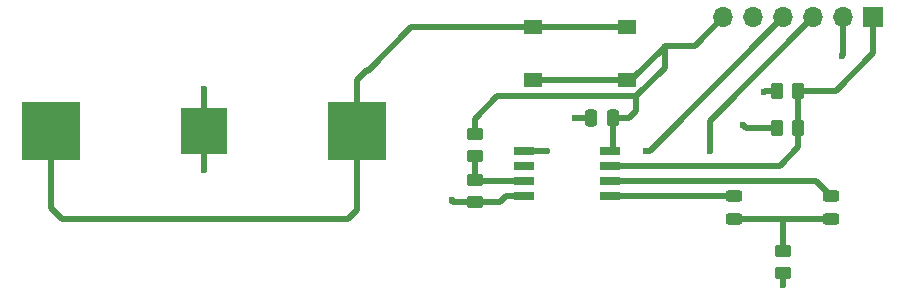
<source format=gbr>
%TF.GenerationSoftware,KiCad,Pcbnew,8.0.6*%
%TF.CreationDate,2024-11-03T18:22:47-03:00*%
%TF.ProjectId,regua-pcb-fritzenlab,72656775-612d-4706-9362-2d667269747a,rev?*%
%TF.SameCoordinates,Original*%
%TF.FileFunction,Copper,L1,Top*%
%TF.FilePolarity,Positive*%
%FSLAX46Y46*%
G04 Gerber Fmt 4.6, Leading zero omitted, Abs format (unit mm)*
G04 Created by KiCad (PCBNEW 8.0.6) date 2024-11-03 18:22:47*
%MOMM*%
%LPD*%
G01*
G04 APERTURE LIST*
G04 Aperture macros list*
%AMRoundRect*
0 Rectangle with rounded corners*
0 $1 Rounding radius*
0 $2 $3 $4 $5 $6 $7 $8 $9 X,Y pos of 4 corners*
0 Add a 4 corners polygon primitive as box body*
4,1,4,$2,$3,$4,$5,$6,$7,$8,$9,$2,$3,0*
0 Add four circle primitives for the rounded corners*
1,1,$1+$1,$2,$3*
1,1,$1+$1,$4,$5*
1,1,$1+$1,$6,$7*
1,1,$1+$1,$8,$9*
0 Add four rect primitives between the rounded corners*
20,1,$1+$1,$2,$3,$4,$5,0*
20,1,$1+$1,$4,$5,$6,$7,0*
20,1,$1+$1,$6,$7,$8,$9,0*
20,1,$1+$1,$8,$9,$2,$3,0*%
G04 Aperture macros list end*
%TA.AperFunction,SMDPad,CuDef*%
%ADD10R,1.700000X0.650000*%
%TD*%
%TA.AperFunction,SMDPad,CuDef*%
%ADD11RoundRect,0.243750X0.456250X-0.243750X0.456250X0.243750X-0.456250X0.243750X-0.456250X-0.243750X0*%
%TD*%
%TA.AperFunction,SMDPad,CuDef*%
%ADD12RoundRect,0.250000X0.250000X0.475000X-0.250000X0.475000X-0.250000X-0.475000X0.250000X-0.475000X0*%
%TD*%
%TA.AperFunction,SMDPad,CuDef*%
%ADD13RoundRect,0.250000X0.450000X-0.262500X0.450000X0.262500X-0.450000X0.262500X-0.450000X-0.262500X0*%
%TD*%
%TA.AperFunction,ComponentPad*%
%ADD14R,1.700000X1.700000*%
%TD*%
%TA.AperFunction,ComponentPad*%
%ADD15O,1.700000X1.700000*%
%TD*%
%TA.AperFunction,SMDPad,CuDef*%
%ADD16R,1.550000X1.300000*%
%TD*%
%TA.AperFunction,SMDPad,CuDef*%
%ADD17RoundRect,0.250000X-0.262500X-0.450000X0.262500X-0.450000X0.262500X0.450000X-0.262500X0.450000X0*%
%TD*%
%TA.AperFunction,SMDPad,CuDef*%
%ADD18RoundRect,0.250000X-0.450000X0.262500X-0.450000X-0.262500X0.450000X-0.262500X0.450000X0.262500X0*%
%TD*%
%TA.AperFunction,SMDPad,CuDef*%
%ADD19R,5.000000X5.000000*%
%TD*%
%TA.AperFunction,SMDPad,CuDef*%
%ADD20R,4.000000X4.000000*%
%TD*%
%TA.AperFunction,ViaPad*%
%ADD21C,0.600000*%
%TD*%
%TA.AperFunction,Conductor*%
%ADD22C,0.500000*%
%TD*%
G04 APERTURE END LIST*
D10*
%TO.P,U1,1,~{RESET}/PB5*%
%TO.N,D10*%
X125900000Y-90400000D03*
%TO.P,U1,2,XTAL1/PB3*%
%TO.N,unconnected-(U1-XTAL1{slash}PB3-Pad2)*%
X125900000Y-91670000D03*
%TO.P,U1,3,XTAL2/PB4*%
%TO.N,REF*%
X125900000Y-92940000D03*
%TO.P,U1,4,GND*%
%TO.N,GND*%
X125900000Y-94210000D03*
%TO.P,U1,5,AREF/PB0*%
%TO.N,LED-decimal*%
X133200000Y-94210000D03*
%TO.P,U1,6,PB1*%
%TO.N,LED-unitario*%
X133200000Y-92940000D03*
%TO.P,U1,7,PB2*%
%TO.N,Analog*%
X133200000Y-91670000D03*
%TO.P,U1,8,VCC*%
%TO.N,VCC*%
X133200000Y-90400000D03*
%TD*%
D11*
%TO.P,D2,1,K*%
%TO.N,Net-(D1-K)*%
X151900000Y-96137500D03*
%TO.P,D2,2,A*%
%TO.N,LED-unitario*%
X151900000Y-94262500D03*
%TD*%
D12*
%TO.P,C1,1*%
%TO.N,VCC*%
X133450000Y-87600000D03*
%TO.P,C1,2*%
%TO.N,GND*%
X131550000Y-87600000D03*
%TD*%
D13*
%TO.P,R3,1*%
%TO.N,REF*%
X121700000Y-90812500D03*
%TO.P,R3,2*%
%TO.N,VCC*%
X121700000Y-88987500D03*
%TD*%
D14*
%TO.P,J1,1,Pin_1*%
%TO.N,Analog*%
X155450000Y-79100000D03*
D15*
%TO.P,J1,2,Pin_2*%
%TO.N,LED-unitario*%
X152910000Y-79100000D03*
%TO.P,J1,3,Pin_3*%
%TO.N,LED-decimal*%
X150370000Y-79100000D03*
%TO.P,J1,4,Pin_4*%
%TO.N,D10*%
X147830000Y-79100000D03*
%TO.P,J1,5,Pin_5*%
%TO.N,GND*%
X145290000Y-79100000D03*
%TO.P,J1,6,Pin_6*%
%TO.N,VCC*%
X142750000Y-79100000D03*
%TD*%
D11*
%TO.P,D1,1,K*%
%TO.N,Net-(D1-K)*%
X143700000Y-96137500D03*
%TO.P,D1,2,A*%
%TO.N,LED-decimal*%
X143700000Y-94262500D03*
%TD*%
D16*
%TO.P,SW1,1,1*%
%TO.N,Net-(BT1-+)*%
X126625000Y-79950000D03*
X134575000Y-79950000D03*
%TO.P,SW1,2,2*%
%TO.N,VCC*%
X126625000Y-84450000D03*
X134575000Y-84450000D03*
%TD*%
D17*
%TO.P,TH1,1*%
%TO.N,VCC*%
X147287500Y-88500000D03*
%TO.P,TH1,2*%
%TO.N,Analog*%
X149112500Y-88500000D03*
%TD*%
D18*
%TO.P,R1,1*%
%TO.N,Net-(D1-K)*%
X147800000Y-98887500D03*
%TO.P,R1,2*%
%TO.N,GND*%
X147800000Y-100712500D03*
%TD*%
D13*
%TO.P,R4,1*%
%TO.N,GND*%
X121700000Y-94712500D03*
%TO.P,R4,2*%
%TO.N,REF*%
X121700000Y-92887500D03*
%TD*%
D19*
%TO.P,BT1,1,+*%
%TO.N,Net-(BT1-+)*%
X85850000Y-88709227D03*
X111750000Y-88709227D03*
D20*
%TO.P,BT1,2,-*%
%TO.N,GND*%
X98800000Y-88709227D03*
%TD*%
D17*
%TO.P,R2,1*%
%TO.N,GND*%
X147287500Y-85300000D03*
%TO.P,R2,2*%
%TO.N,Analog*%
X149112500Y-85300000D03*
%TD*%
D21*
%TO.N,LED-decimal*%
X141600000Y-94200000D03*
X141600000Y-90400000D03*
%TO.N,GND*%
X146200000Y-85400000D03*
X147800000Y-101800000D03*
X98800000Y-85200000D03*
X98800000Y-92000000D03*
X130200000Y-87600000D03*
X119800000Y-94600000D03*
%TO.N,LED-unitario*%
X150400000Y-92940000D03*
X152800000Y-82400000D03*
%TO.N,VCC*%
X144400000Y-88200000D03*
X137800000Y-81600000D03*
%TO.N,D10*%
X136200000Y-90400000D03*
X127800000Y-90400000D03*
%TD*%
D22*
%TO.N,LED-decimal*%
X141600000Y-87870000D02*
X141600000Y-90400000D01*
X143647500Y-94210000D02*
X143700000Y-94262500D01*
X133200000Y-94210000D02*
X143647500Y-94210000D01*
X150370000Y-79100000D02*
X141600000Y-87870000D01*
%TO.N,GND*%
X121700000Y-94712500D02*
X119912500Y-94712500D01*
X146300000Y-85300000D02*
X146200000Y-85400000D01*
X119912500Y-94712500D02*
X119800000Y-94600000D01*
X123887500Y-94712500D02*
X124390000Y-94210000D01*
X98800000Y-85200000D02*
X98800000Y-88709227D01*
X147800000Y-100712500D02*
X147800000Y-101800000D01*
X131550000Y-87600000D02*
X130200000Y-87600000D01*
X124390000Y-94210000D02*
X125900000Y-94210000D01*
X98800000Y-92000000D02*
X98800000Y-88709227D01*
X121700000Y-94712500D02*
X123887500Y-94712500D01*
X147287500Y-85300000D02*
X146300000Y-85300000D01*
%TO.N,LED-unitario*%
X152910000Y-82290000D02*
X152800000Y-82400000D01*
X150577500Y-92940000D02*
X150400000Y-92940000D01*
X151900000Y-94262500D02*
X150577500Y-92940000D01*
X150400000Y-92940000D02*
X133200000Y-92940000D01*
X152910000Y-79100000D02*
X152910000Y-82290000D01*
%TO.N,Analog*%
X155450000Y-82150000D02*
X152300000Y-85300000D01*
X147530000Y-91670000D02*
X149112500Y-90087500D01*
X152300000Y-85300000D02*
X149112500Y-85300000D01*
X149112500Y-88500000D02*
X149112500Y-85300000D01*
X155450000Y-79100000D02*
X155450000Y-82150000D01*
X149112500Y-90087500D02*
X149112500Y-88500000D01*
X133200000Y-91670000D02*
X147530000Y-91670000D01*
%TO.N,VCC*%
X134950000Y-84450000D02*
X126625000Y-84450000D01*
X135250000Y-85800000D02*
X135400000Y-85800000D01*
X133450000Y-90150000D02*
X133200000Y-90400000D01*
X123600000Y-85800000D02*
X135400000Y-85800000D01*
X135400000Y-87000000D02*
X134800000Y-87600000D01*
X137800000Y-83400000D02*
X137800000Y-81500000D01*
X147287500Y-88500000D02*
X144700000Y-88500000D01*
X134800000Y-87600000D02*
X133450000Y-87600000D01*
X133450000Y-87600000D02*
X133450000Y-90150000D01*
X135400000Y-85800000D02*
X135400000Y-87000000D01*
X144700000Y-88500000D02*
X144400000Y-88200000D01*
X121700000Y-88987500D02*
X121700000Y-87700000D01*
X137800000Y-81600000D02*
X134950000Y-84450000D01*
X137800000Y-81500000D02*
X140350000Y-81500000D01*
X140350000Y-81500000D02*
X142750000Y-79100000D01*
X121700000Y-87700000D02*
X123600000Y-85800000D01*
X135400000Y-85800000D02*
X137800000Y-83400000D01*
%TO.N,REF*%
X121700000Y-90812500D02*
X121700000Y-92887500D01*
X125900000Y-92940000D02*
X121752500Y-92940000D01*
X121752500Y-92940000D02*
X121700000Y-92887500D01*
%TO.N,D10*%
X147830000Y-79100000D02*
X136530000Y-90400000D01*
X125900000Y-90400000D02*
X127800000Y-90400000D01*
X136530000Y-90400000D02*
X136200000Y-90400000D01*
%TO.N,Net-(BT1-+)*%
X111750000Y-84450000D02*
X112600000Y-83600000D01*
X86800000Y-96200000D02*
X111000000Y-96200000D01*
X112600000Y-83600000D02*
X112650000Y-83650000D01*
X85850000Y-95250000D02*
X86800000Y-96200000D01*
X111750000Y-95450000D02*
X111750000Y-84450000D01*
X116350000Y-79950000D02*
X134575000Y-79950000D01*
X111000000Y-96200000D02*
X111750000Y-95450000D01*
X112650000Y-83650000D02*
X116350000Y-79950000D01*
X85850000Y-90900000D02*
X85850000Y-95250000D01*
%TO.N,Net-(D1-K)*%
X147800000Y-96137500D02*
X143700000Y-96137500D01*
X147800000Y-98887500D02*
X147800000Y-96137500D01*
X151900000Y-96137500D02*
X147800000Y-96137500D01*
%TD*%
M02*

</source>
